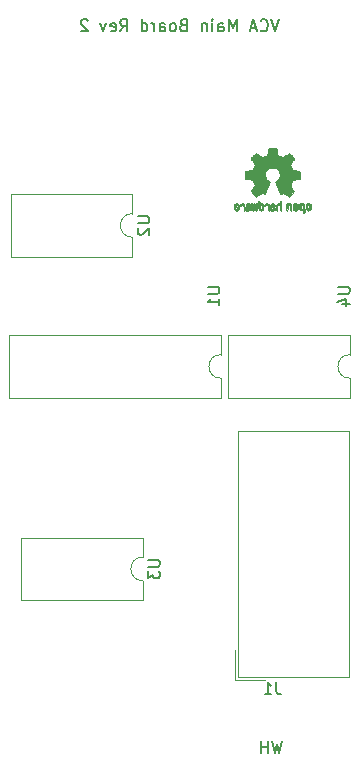
<source format=gbr>
G04 #@! TF.GenerationSoftware,KiCad,Pcbnew,(5.1.4-0-10_14)*
G04 #@! TF.CreationDate,2019-10-08T20:56:09-07:00*
G04 #@! TF.ProjectId,VCA_Main,5643415f-4d61-4696-9e2e-6b696361645f,rev?*
G04 #@! TF.SameCoordinates,Original*
G04 #@! TF.FileFunction,Legend,Bot*
G04 #@! TF.FilePolarity,Positive*
%FSLAX46Y46*%
G04 Gerber Fmt 4.6, Leading zero omitted, Abs format (unit mm)*
G04 Created by KiCad (PCBNEW (5.1.4-0-10_14)) date 2019-10-08 20:56:09*
%MOMM*%
%LPD*%
G04 APERTURE LIST*
%ADD10C,0.150000*%
%ADD11C,0.010000*%
%ADD12C,0.120000*%
G04 APERTURE END LIST*
D10*
X87439380Y-132675380D02*
X87201285Y-133675380D01*
X87010809Y-132961095D01*
X86820333Y-133675380D01*
X86582238Y-132675380D01*
X86201285Y-133675380D02*
X86201285Y-132675380D01*
X86201285Y-133151571D02*
X85629857Y-133151571D01*
X85629857Y-133675380D02*
X85629857Y-132675380D01*
X87192380Y-71588380D02*
X86859047Y-72588380D01*
X86525714Y-71588380D01*
X85620952Y-72493142D02*
X85668571Y-72540761D01*
X85811428Y-72588380D01*
X85906666Y-72588380D01*
X86049523Y-72540761D01*
X86144761Y-72445523D01*
X86192380Y-72350285D01*
X86240000Y-72159809D01*
X86240000Y-72016952D01*
X86192380Y-71826476D01*
X86144761Y-71731238D01*
X86049523Y-71636000D01*
X85906666Y-71588380D01*
X85811428Y-71588380D01*
X85668571Y-71636000D01*
X85620952Y-71683619D01*
X85240000Y-72302666D02*
X84763809Y-72302666D01*
X85335238Y-72588380D02*
X85001904Y-71588380D01*
X84668571Y-72588380D01*
X83573333Y-72588380D02*
X83573333Y-71588380D01*
X83240000Y-72302666D01*
X82906666Y-71588380D01*
X82906666Y-72588380D01*
X82001904Y-72588380D02*
X82001904Y-72064571D01*
X82049523Y-71969333D01*
X82144761Y-71921714D01*
X82335238Y-71921714D01*
X82430476Y-71969333D01*
X82001904Y-72540761D02*
X82097142Y-72588380D01*
X82335238Y-72588380D01*
X82430476Y-72540761D01*
X82478095Y-72445523D01*
X82478095Y-72350285D01*
X82430476Y-72255047D01*
X82335238Y-72207428D01*
X82097142Y-72207428D01*
X82001904Y-72159809D01*
X81525714Y-72588380D02*
X81525714Y-71921714D01*
X81525714Y-71588380D02*
X81573333Y-71636000D01*
X81525714Y-71683619D01*
X81478095Y-71636000D01*
X81525714Y-71588380D01*
X81525714Y-71683619D01*
X81049523Y-71921714D02*
X81049523Y-72588380D01*
X81049523Y-72016952D02*
X81001904Y-71969333D01*
X80906666Y-71921714D01*
X80763809Y-71921714D01*
X80668571Y-71969333D01*
X80620952Y-72064571D01*
X80620952Y-72588380D01*
X79049523Y-72064571D02*
X78906666Y-72112190D01*
X78859047Y-72159809D01*
X78811428Y-72255047D01*
X78811428Y-72397904D01*
X78859047Y-72493142D01*
X78906666Y-72540761D01*
X79001904Y-72588380D01*
X79382857Y-72588380D01*
X79382857Y-71588380D01*
X79049523Y-71588380D01*
X78954285Y-71636000D01*
X78906666Y-71683619D01*
X78859047Y-71778857D01*
X78859047Y-71874095D01*
X78906666Y-71969333D01*
X78954285Y-72016952D01*
X79049523Y-72064571D01*
X79382857Y-72064571D01*
X78240000Y-72588380D02*
X78335238Y-72540761D01*
X78382857Y-72493142D01*
X78430476Y-72397904D01*
X78430476Y-72112190D01*
X78382857Y-72016952D01*
X78335238Y-71969333D01*
X78240000Y-71921714D01*
X78097142Y-71921714D01*
X78001904Y-71969333D01*
X77954285Y-72016952D01*
X77906666Y-72112190D01*
X77906666Y-72397904D01*
X77954285Y-72493142D01*
X78001904Y-72540761D01*
X78097142Y-72588380D01*
X78240000Y-72588380D01*
X77049523Y-72588380D02*
X77049523Y-72064571D01*
X77097142Y-71969333D01*
X77192380Y-71921714D01*
X77382857Y-71921714D01*
X77478095Y-71969333D01*
X77049523Y-72540761D02*
X77144761Y-72588380D01*
X77382857Y-72588380D01*
X77478095Y-72540761D01*
X77525714Y-72445523D01*
X77525714Y-72350285D01*
X77478095Y-72255047D01*
X77382857Y-72207428D01*
X77144761Y-72207428D01*
X77049523Y-72159809D01*
X76573333Y-72588380D02*
X76573333Y-71921714D01*
X76573333Y-72112190D02*
X76525714Y-72016952D01*
X76478095Y-71969333D01*
X76382857Y-71921714D01*
X76287619Y-71921714D01*
X75525714Y-72588380D02*
X75525714Y-71588380D01*
X75525714Y-72540761D02*
X75620952Y-72588380D01*
X75811428Y-72588380D01*
X75906666Y-72540761D01*
X75954285Y-72493142D01*
X76001904Y-72397904D01*
X76001904Y-72112190D01*
X75954285Y-72016952D01*
X75906666Y-71969333D01*
X75811428Y-71921714D01*
X75620952Y-71921714D01*
X75525714Y-71969333D01*
X73716190Y-72588380D02*
X74049523Y-72112190D01*
X74287619Y-72588380D02*
X74287619Y-71588380D01*
X73906666Y-71588380D01*
X73811428Y-71636000D01*
X73763809Y-71683619D01*
X73716190Y-71778857D01*
X73716190Y-71921714D01*
X73763809Y-72016952D01*
X73811428Y-72064571D01*
X73906666Y-72112190D01*
X74287619Y-72112190D01*
X72906666Y-72540761D02*
X73001904Y-72588380D01*
X73192380Y-72588380D01*
X73287619Y-72540761D01*
X73335238Y-72445523D01*
X73335238Y-72064571D01*
X73287619Y-71969333D01*
X73192380Y-71921714D01*
X73001904Y-71921714D01*
X72906666Y-71969333D01*
X72859047Y-72064571D01*
X72859047Y-72159809D01*
X73335238Y-72255047D01*
X72525714Y-71921714D02*
X72287619Y-72588380D01*
X72049523Y-71921714D01*
X70954285Y-71683619D02*
X70906666Y-71636000D01*
X70811428Y-71588380D01*
X70573333Y-71588380D01*
X70478095Y-71636000D01*
X70430476Y-71683619D01*
X70382857Y-71778857D01*
X70382857Y-71874095D01*
X70430476Y-72016952D01*
X71001904Y-72588380D01*
X70382857Y-72588380D01*
D11*
G36*
X86510090Y-82459348D02*
G01*
X86431546Y-82459778D01*
X86374702Y-82460942D01*
X86335895Y-82463207D01*
X86311462Y-82466940D01*
X86297738Y-82472506D01*
X86291060Y-82480273D01*
X86287764Y-82490605D01*
X86287444Y-82491943D01*
X86282438Y-82516079D01*
X86273171Y-82563701D01*
X86260608Y-82629741D01*
X86245713Y-82709128D01*
X86229449Y-82796796D01*
X86228881Y-82799875D01*
X86212590Y-82885789D01*
X86197348Y-82961696D01*
X86184139Y-83023045D01*
X86173946Y-83065282D01*
X86167752Y-83083855D01*
X86167457Y-83084184D01*
X86149212Y-83093253D01*
X86111595Y-83108367D01*
X86062729Y-83126262D01*
X86062457Y-83126358D01*
X86000907Y-83149493D01*
X85928343Y-83178965D01*
X85859943Y-83208597D01*
X85856706Y-83210062D01*
X85745298Y-83260626D01*
X85498601Y-83092160D01*
X85422923Y-83040803D01*
X85354369Y-82994889D01*
X85296912Y-82957030D01*
X85254524Y-82929837D01*
X85231175Y-82915921D01*
X85228958Y-82914889D01*
X85211990Y-82919484D01*
X85180299Y-82941655D01*
X85132648Y-82982447D01*
X85067802Y-83042905D01*
X85001603Y-83107227D01*
X84937786Y-83170612D01*
X84880671Y-83228451D01*
X84833695Y-83277175D01*
X84800297Y-83313210D01*
X84783915Y-83332984D01*
X84783306Y-83334002D01*
X84781495Y-83347572D01*
X84788317Y-83369733D01*
X84805460Y-83403478D01*
X84834607Y-83451800D01*
X84877445Y-83517692D01*
X84934552Y-83602517D01*
X84985234Y-83677177D01*
X85030539Y-83744140D01*
X85067850Y-83799516D01*
X85094548Y-83839420D01*
X85108015Y-83859962D01*
X85108863Y-83861356D01*
X85107219Y-83881038D01*
X85094755Y-83919293D01*
X85073952Y-83968889D01*
X85066538Y-83984728D01*
X85034186Y-84055290D01*
X84999672Y-84135353D01*
X84971635Y-84204629D01*
X84951432Y-84256045D01*
X84935385Y-84295119D01*
X84926112Y-84315541D01*
X84924959Y-84317114D01*
X84907904Y-84319721D01*
X84867702Y-84326863D01*
X84809698Y-84337523D01*
X84739237Y-84350685D01*
X84661665Y-84365333D01*
X84582328Y-84380449D01*
X84506569Y-84395018D01*
X84439736Y-84408022D01*
X84387172Y-84418445D01*
X84354224Y-84425270D01*
X84346143Y-84427199D01*
X84337795Y-84431962D01*
X84331494Y-84442718D01*
X84326955Y-84463098D01*
X84323896Y-84496734D01*
X84322033Y-84547255D01*
X84321082Y-84618292D01*
X84320760Y-84713476D01*
X84320743Y-84752492D01*
X84320743Y-85069799D01*
X84396943Y-85084839D01*
X84439337Y-85092995D01*
X84502600Y-85104899D01*
X84579038Y-85119116D01*
X84660957Y-85134210D01*
X84683600Y-85138355D01*
X84759194Y-85153053D01*
X84825047Y-85167505D01*
X84875634Y-85180375D01*
X84905426Y-85190322D01*
X84910388Y-85193287D01*
X84922574Y-85214283D01*
X84940047Y-85254967D01*
X84959423Y-85307322D01*
X84963266Y-85318600D01*
X84988661Y-85388523D01*
X85020183Y-85467418D01*
X85051031Y-85538266D01*
X85051183Y-85538595D01*
X85102553Y-85649733D01*
X84933601Y-85898253D01*
X84764648Y-86146772D01*
X84981571Y-86364058D01*
X85047181Y-86428726D01*
X85107021Y-86485733D01*
X85157733Y-86532033D01*
X85195954Y-86564584D01*
X85218325Y-86580343D01*
X85221534Y-86581343D01*
X85240374Y-86573469D01*
X85278820Y-86551578D01*
X85332670Y-86518267D01*
X85397724Y-86476131D01*
X85468060Y-86428943D01*
X85539445Y-86380810D01*
X85603092Y-86338928D01*
X85654959Y-86305871D01*
X85691005Y-86284218D01*
X85707133Y-86276543D01*
X85726811Y-86283037D01*
X85764125Y-86300150D01*
X85811379Y-86324326D01*
X85816388Y-86327013D01*
X85880023Y-86358927D01*
X85923659Y-86374579D01*
X85950798Y-86374745D01*
X85964943Y-86360204D01*
X85965025Y-86360000D01*
X85972095Y-86342779D01*
X85988958Y-86301899D01*
X86014305Y-86240525D01*
X86046829Y-86161819D01*
X86085222Y-86068947D01*
X86128178Y-85965072D01*
X86169778Y-85864502D01*
X86215496Y-85753516D01*
X86257474Y-85650703D01*
X86294452Y-85559215D01*
X86325173Y-85482201D01*
X86348378Y-85422815D01*
X86362810Y-85384209D01*
X86367257Y-85369800D01*
X86356104Y-85353272D01*
X86326931Y-85326930D01*
X86288029Y-85297887D01*
X86177243Y-85206039D01*
X86090649Y-85100759D01*
X86029284Y-84984266D01*
X85994185Y-84858776D01*
X85986392Y-84726507D01*
X85992057Y-84665457D01*
X86022922Y-84538795D01*
X86076080Y-84426941D01*
X86148233Y-84331001D01*
X86236083Y-84252076D01*
X86336335Y-84191270D01*
X86445690Y-84149687D01*
X86560853Y-84128428D01*
X86678525Y-84128599D01*
X86795410Y-84151301D01*
X86908211Y-84197638D01*
X87013631Y-84268713D01*
X87057632Y-84308911D01*
X87142021Y-84412129D01*
X87200778Y-84524925D01*
X87234296Y-84644010D01*
X87242965Y-84766095D01*
X87227177Y-84887893D01*
X87187322Y-85006116D01*
X87123793Y-85117475D01*
X87036979Y-85218684D01*
X86939971Y-85297887D01*
X86899563Y-85328162D01*
X86871018Y-85354219D01*
X86860743Y-85369825D01*
X86866123Y-85386843D01*
X86881425Y-85427500D01*
X86905388Y-85488642D01*
X86936756Y-85567119D01*
X86974268Y-85659780D01*
X87016667Y-85763472D01*
X87058337Y-85864526D01*
X87104310Y-85975607D01*
X87146893Y-86078541D01*
X87184779Y-86170165D01*
X87216660Y-86247316D01*
X87241229Y-86306831D01*
X87257180Y-86345544D01*
X87263090Y-86360000D01*
X87277052Y-86374685D01*
X87304060Y-86374642D01*
X87347587Y-86359099D01*
X87411110Y-86327284D01*
X87411612Y-86327013D01*
X87459440Y-86302323D01*
X87498103Y-86284338D01*
X87519905Y-86276614D01*
X87520867Y-86276543D01*
X87537279Y-86284378D01*
X87573513Y-86306165D01*
X87625526Y-86339328D01*
X87689275Y-86381291D01*
X87759940Y-86428943D01*
X87831884Y-86477191D01*
X87896726Y-86519151D01*
X87950265Y-86552227D01*
X87988303Y-86573821D01*
X88006467Y-86581343D01*
X88023192Y-86571457D01*
X88056820Y-86543826D01*
X88103990Y-86501495D01*
X88161342Y-86447505D01*
X88225516Y-86384899D01*
X88246503Y-86363983D01*
X88463501Y-86146623D01*
X88298332Y-85904220D01*
X88248136Y-85829781D01*
X88204081Y-85762972D01*
X88168638Y-85707665D01*
X88144281Y-85667729D01*
X88133478Y-85647036D01*
X88133162Y-85645563D01*
X88138857Y-85626058D01*
X88154174Y-85586822D01*
X88176463Y-85534430D01*
X88192107Y-85499355D01*
X88221359Y-85432201D01*
X88248906Y-85364358D01*
X88270263Y-85307034D01*
X88276065Y-85289572D01*
X88292548Y-85242938D01*
X88308660Y-85206905D01*
X88317510Y-85193287D01*
X88337040Y-85184952D01*
X88379666Y-85173137D01*
X88439855Y-85159181D01*
X88512078Y-85144422D01*
X88544400Y-85138355D01*
X88626478Y-85123273D01*
X88705205Y-85108669D01*
X88772891Y-85095980D01*
X88821840Y-85086642D01*
X88831057Y-85084839D01*
X88907257Y-85069799D01*
X88907257Y-84752492D01*
X88907086Y-84648154D01*
X88906384Y-84569213D01*
X88904866Y-84512038D01*
X88902251Y-84472999D01*
X88898254Y-84448465D01*
X88892591Y-84434805D01*
X88884980Y-84428389D01*
X88881857Y-84427199D01*
X88863022Y-84422980D01*
X88821412Y-84414562D01*
X88762370Y-84402961D01*
X88691243Y-84389195D01*
X88613375Y-84374280D01*
X88534113Y-84359232D01*
X88458802Y-84345069D01*
X88392787Y-84332806D01*
X88341413Y-84323461D01*
X88310025Y-84318050D01*
X88303041Y-84317114D01*
X88296715Y-84304596D01*
X88282710Y-84271246D01*
X88263645Y-84223377D01*
X88256366Y-84204629D01*
X88227004Y-84132195D01*
X88192429Y-84052170D01*
X88161463Y-83984728D01*
X88138677Y-83933159D01*
X88123518Y-83890785D01*
X88118458Y-83864834D01*
X88119264Y-83861356D01*
X88129959Y-83844936D01*
X88154380Y-83808417D01*
X88189905Y-83755687D01*
X88233913Y-83690635D01*
X88283783Y-83617151D01*
X88293644Y-83602645D01*
X88351508Y-83516704D01*
X88394044Y-83451261D01*
X88422946Y-83403304D01*
X88439910Y-83369820D01*
X88446633Y-83347795D01*
X88444810Y-83334217D01*
X88444764Y-83334131D01*
X88430414Y-83316297D01*
X88398677Y-83281817D01*
X88352990Y-83234268D01*
X88296796Y-83177222D01*
X88233532Y-83114255D01*
X88226398Y-83107227D01*
X88146670Y-83030020D01*
X88085143Y-82973330D01*
X88040579Y-82936110D01*
X88011743Y-82917315D01*
X87999042Y-82914889D01*
X87980506Y-82925471D01*
X87942039Y-82949916D01*
X87887614Y-82985612D01*
X87821202Y-83029947D01*
X87746775Y-83080311D01*
X87729399Y-83092160D01*
X87482703Y-83260626D01*
X87371294Y-83210062D01*
X87303543Y-83180595D01*
X87230817Y-83150959D01*
X87168297Y-83127330D01*
X87165543Y-83126358D01*
X87116640Y-83108457D01*
X87078943Y-83093320D01*
X87060575Y-83084210D01*
X87060544Y-83084184D01*
X87054715Y-83067717D01*
X87044808Y-83027219D01*
X87031805Y-82967242D01*
X87016691Y-82892340D01*
X87000448Y-82807064D01*
X86999119Y-82799875D01*
X86982825Y-82712014D01*
X86967867Y-82632260D01*
X86955209Y-82565681D01*
X86945814Y-82517347D01*
X86940646Y-82492325D01*
X86940556Y-82491943D01*
X86937411Y-82481299D01*
X86931296Y-82473262D01*
X86918547Y-82467467D01*
X86895500Y-82463547D01*
X86858491Y-82461135D01*
X86803856Y-82459865D01*
X86727933Y-82459371D01*
X86627056Y-82459286D01*
X86614000Y-82459286D01*
X86510090Y-82459348D01*
X86510090Y-82459348D01*
G37*
X86510090Y-82459348D02*
X86431546Y-82459778D01*
X86374702Y-82460942D01*
X86335895Y-82463207D01*
X86311462Y-82466940D01*
X86297738Y-82472506D01*
X86291060Y-82480273D01*
X86287764Y-82490605D01*
X86287444Y-82491943D01*
X86282438Y-82516079D01*
X86273171Y-82563701D01*
X86260608Y-82629741D01*
X86245713Y-82709128D01*
X86229449Y-82796796D01*
X86228881Y-82799875D01*
X86212590Y-82885789D01*
X86197348Y-82961696D01*
X86184139Y-83023045D01*
X86173946Y-83065282D01*
X86167752Y-83083855D01*
X86167457Y-83084184D01*
X86149212Y-83093253D01*
X86111595Y-83108367D01*
X86062729Y-83126262D01*
X86062457Y-83126358D01*
X86000907Y-83149493D01*
X85928343Y-83178965D01*
X85859943Y-83208597D01*
X85856706Y-83210062D01*
X85745298Y-83260626D01*
X85498601Y-83092160D01*
X85422923Y-83040803D01*
X85354369Y-82994889D01*
X85296912Y-82957030D01*
X85254524Y-82929837D01*
X85231175Y-82915921D01*
X85228958Y-82914889D01*
X85211990Y-82919484D01*
X85180299Y-82941655D01*
X85132648Y-82982447D01*
X85067802Y-83042905D01*
X85001603Y-83107227D01*
X84937786Y-83170612D01*
X84880671Y-83228451D01*
X84833695Y-83277175D01*
X84800297Y-83313210D01*
X84783915Y-83332984D01*
X84783306Y-83334002D01*
X84781495Y-83347572D01*
X84788317Y-83369733D01*
X84805460Y-83403478D01*
X84834607Y-83451800D01*
X84877445Y-83517692D01*
X84934552Y-83602517D01*
X84985234Y-83677177D01*
X85030539Y-83744140D01*
X85067850Y-83799516D01*
X85094548Y-83839420D01*
X85108015Y-83859962D01*
X85108863Y-83861356D01*
X85107219Y-83881038D01*
X85094755Y-83919293D01*
X85073952Y-83968889D01*
X85066538Y-83984728D01*
X85034186Y-84055290D01*
X84999672Y-84135353D01*
X84971635Y-84204629D01*
X84951432Y-84256045D01*
X84935385Y-84295119D01*
X84926112Y-84315541D01*
X84924959Y-84317114D01*
X84907904Y-84319721D01*
X84867702Y-84326863D01*
X84809698Y-84337523D01*
X84739237Y-84350685D01*
X84661665Y-84365333D01*
X84582328Y-84380449D01*
X84506569Y-84395018D01*
X84439736Y-84408022D01*
X84387172Y-84418445D01*
X84354224Y-84425270D01*
X84346143Y-84427199D01*
X84337795Y-84431962D01*
X84331494Y-84442718D01*
X84326955Y-84463098D01*
X84323896Y-84496734D01*
X84322033Y-84547255D01*
X84321082Y-84618292D01*
X84320760Y-84713476D01*
X84320743Y-84752492D01*
X84320743Y-85069799D01*
X84396943Y-85084839D01*
X84439337Y-85092995D01*
X84502600Y-85104899D01*
X84579038Y-85119116D01*
X84660957Y-85134210D01*
X84683600Y-85138355D01*
X84759194Y-85153053D01*
X84825047Y-85167505D01*
X84875634Y-85180375D01*
X84905426Y-85190322D01*
X84910388Y-85193287D01*
X84922574Y-85214283D01*
X84940047Y-85254967D01*
X84959423Y-85307322D01*
X84963266Y-85318600D01*
X84988661Y-85388523D01*
X85020183Y-85467418D01*
X85051031Y-85538266D01*
X85051183Y-85538595D01*
X85102553Y-85649733D01*
X84933601Y-85898253D01*
X84764648Y-86146772D01*
X84981571Y-86364058D01*
X85047181Y-86428726D01*
X85107021Y-86485733D01*
X85157733Y-86532033D01*
X85195954Y-86564584D01*
X85218325Y-86580343D01*
X85221534Y-86581343D01*
X85240374Y-86573469D01*
X85278820Y-86551578D01*
X85332670Y-86518267D01*
X85397724Y-86476131D01*
X85468060Y-86428943D01*
X85539445Y-86380810D01*
X85603092Y-86338928D01*
X85654959Y-86305871D01*
X85691005Y-86284218D01*
X85707133Y-86276543D01*
X85726811Y-86283037D01*
X85764125Y-86300150D01*
X85811379Y-86324326D01*
X85816388Y-86327013D01*
X85880023Y-86358927D01*
X85923659Y-86374579D01*
X85950798Y-86374745D01*
X85964943Y-86360204D01*
X85965025Y-86360000D01*
X85972095Y-86342779D01*
X85988958Y-86301899D01*
X86014305Y-86240525D01*
X86046829Y-86161819D01*
X86085222Y-86068947D01*
X86128178Y-85965072D01*
X86169778Y-85864502D01*
X86215496Y-85753516D01*
X86257474Y-85650703D01*
X86294452Y-85559215D01*
X86325173Y-85482201D01*
X86348378Y-85422815D01*
X86362810Y-85384209D01*
X86367257Y-85369800D01*
X86356104Y-85353272D01*
X86326931Y-85326930D01*
X86288029Y-85297887D01*
X86177243Y-85206039D01*
X86090649Y-85100759D01*
X86029284Y-84984266D01*
X85994185Y-84858776D01*
X85986392Y-84726507D01*
X85992057Y-84665457D01*
X86022922Y-84538795D01*
X86076080Y-84426941D01*
X86148233Y-84331001D01*
X86236083Y-84252076D01*
X86336335Y-84191270D01*
X86445690Y-84149687D01*
X86560853Y-84128428D01*
X86678525Y-84128599D01*
X86795410Y-84151301D01*
X86908211Y-84197638D01*
X87013631Y-84268713D01*
X87057632Y-84308911D01*
X87142021Y-84412129D01*
X87200778Y-84524925D01*
X87234296Y-84644010D01*
X87242965Y-84766095D01*
X87227177Y-84887893D01*
X87187322Y-85006116D01*
X87123793Y-85117475D01*
X87036979Y-85218684D01*
X86939971Y-85297887D01*
X86899563Y-85328162D01*
X86871018Y-85354219D01*
X86860743Y-85369825D01*
X86866123Y-85386843D01*
X86881425Y-85427500D01*
X86905388Y-85488642D01*
X86936756Y-85567119D01*
X86974268Y-85659780D01*
X87016667Y-85763472D01*
X87058337Y-85864526D01*
X87104310Y-85975607D01*
X87146893Y-86078541D01*
X87184779Y-86170165D01*
X87216660Y-86247316D01*
X87241229Y-86306831D01*
X87257180Y-86345544D01*
X87263090Y-86360000D01*
X87277052Y-86374685D01*
X87304060Y-86374642D01*
X87347587Y-86359099D01*
X87411110Y-86327284D01*
X87411612Y-86327013D01*
X87459440Y-86302323D01*
X87498103Y-86284338D01*
X87519905Y-86276614D01*
X87520867Y-86276543D01*
X87537279Y-86284378D01*
X87573513Y-86306165D01*
X87625526Y-86339328D01*
X87689275Y-86381291D01*
X87759940Y-86428943D01*
X87831884Y-86477191D01*
X87896726Y-86519151D01*
X87950265Y-86552227D01*
X87988303Y-86573821D01*
X88006467Y-86581343D01*
X88023192Y-86571457D01*
X88056820Y-86543826D01*
X88103990Y-86501495D01*
X88161342Y-86447505D01*
X88225516Y-86384899D01*
X88246503Y-86363983D01*
X88463501Y-86146623D01*
X88298332Y-85904220D01*
X88248136Y-85829781D01*
X88204081Y-85762972D01*
X88168638Y-85707665D01*
X88144281Y-85667729D01*
X88133478Y-85647036D01*
X88133162Y-85645563D01*
X88138857Y-85626058D01*
X88154174Y-85586822D01*
X88176463Y-85534430D01*
X88192107Y-85499355D01*
X88221359Y-85432201D01*
X88248906Y-85364358D01*
X88270263Y-85307034D01*
X88276065Y-85289572D01*
X88292548Y-85242938D01*
X88308660Y-85206905D01*
X88317510Y-85193287D01*
X88337040Y-85184952D01*
X88379666Y-85173137D01*
X88439855Y-85159181D01*
X88512078Y-85144422D01*
X88544400Y-85138355D01*
X88626478Y-85123273D01*
X88705205Y-85108669D01*
X88772891Y-85095980D01*
X88821840Y-85086642D01*
X88831057Y-85084839D01*
X88907257Y-85069799D01*
X88907257Y-84752492D01*
X88907086Y-84648154D01*
X88906384Y-84569213D01*
X88904866Y-84512038D01*
X88902251Y-84472999D01*
X88898254Y-84448465D01*
X88892591Y-84434805D01*
X88884980Y-84428389D01*
X88881857Y-84427199D01*
X88863022Y-84422980D01*
X88821412Y-84414562D01*
X88762370Y-84402961D01*
X88691243Y-84389195D01*
X88613375Y-84374280D01*
X88534113Y-84359232D01*
X88458802Y-84345069D01*
X88392787Y-84332806D01*
X88341413Y-84323461D01*
X88310025Y-84318050D01*
X88303041Y-84317114D01*
X88296715Y-84304596D01*
X88282710Y-84271246D01*
X88263645Y-84223377D01*
X88256366Y-84204629D01*
X88227004Y-84132195D01*
X88192429Y-84052170D01*
X88161463Y-83984728D01*
X88138677Y-83933159D01*
X88123518Y-83890785D01*
X88118458Y-83864834D01*
X88119264Y-83861356D01*
X88129959Y-83844936D01*
X88154380Y-83808417D01*
X88189905Y-83755687D01*
X88233913Y-83690635D01*
X88283783Y-83617151D01*
X88293644Y-83602645D01*
X88351508Y-83516704D01*
X88394044Y-83451261D01*
X88422946Y-83403304D01*
X88439910Y-83369820D01*
X88446633Y-83347795D01*
X88444810Y-83334217D01*
X88444764Y-83334131D01*
X88430414Y-83316297D01*
X88398677Y-83281817D01*
X88352990Y-83234268D01*
X88296796Y-83177222D01*
X88233532Y-83114255D01*
X88226398Y-83107227D01*
X88146670Y-83030020D01*
X88085143Y-82973330D01*
X88040579Y-82936110D01*
X88011743Y-82917315D01*
X87999042Y-82914889D01*
X87980506Y-82925471D01*
X87942039Y-82949916D01*
X87887614Y-82985612D01*
X87821202Y-83029947D01*
X87746775Y-83080311D01*
X87729399Y-83092160D01*
X87482703Y-83260626D01*
X87371294Y-83210062D01*
X87303543Y-83180595D01*
X87230817Y-83150959D01*
X87168297Y-83127330D01*
X87165543Y-83126358D01*
X87116640Y-83108457D01*
X87078943Y-83093320D01*
X87060575Y-83084210D01*
X87060544Y-83084184D01*
X87054715Y-83067717D01*
X87044808Y-83027219D01*
X87031805Y-82967242D01*
X87016691Y-82892340D01*
X87000448Y-82807064D01*
X86999119Y-82799875D01*
X86982825Y-82712014D01*
X86967867Y-82632260D01*
X86955209Y-82565681D01*
X86945814Y-82517347D01*
X86940646Y-82492325D01*
X86940556Y-82491943D01*
X86937411Y-82481299D01*
X86931296Y-82473262D01*
X86918547Y-82467467D01*
X86895500Y-82463547D01*
X86858491Y-82461135D01*
X86803856Y-82459865D01*
X86727933Y-82459371D01*
X86627056Y-82459286D01*
X86614000Y-82459286D01*
X86510090Y-82459348D01*
G36*
X83460405Y-87183966D02*
G01*
X83402979Y-87221497D01*
X83375281Y-87255096D01*
X83353338Y-87316064D01*
X83351595Y-87364308D01*
X83355543Y-87428816D01*
X83504314Y-87493934D01*
X83576651Y-87527202D01*
X83623916Y-87553964D01*
X83648493Y-87577144D01*
X83652763Y-87599667D01*
X83639111Y-87624455D01*
X83624057Y-87640886D01*
X83580254Y-87667235D01*
X83532611Y-87669081D01*
X83488855Y-87648546D01*
X83456711Y-87607752D01*
X83450962Y-87593347D01*
X83423424Y-87548356D01*
X83391742Y-87529182D01*
X83348286Y-87512779D01*
X83348286Y-87574966D01*
X83352128Y-87617283D01*
X83367177Y-87652969D01*
X83398720Y-87693943D01*
X83403408Y-87699267D01*
X83438494Y-87735720D01*
X83468653Y-87755283D01*
X83506385Y-87764283D01*
X83537665Y-87767230D01*
X83593615Y-87767965D01*
X83633445Y-87758660D01*
X83658292Y-87744846D01*
X83697344Y-87714467D01*
X83724375Y-87681613D01*
X83741483Y-87640294D01*
X83750762Y-87584521D01*
X83754307Y-87508305D01*
X83754590Y-87469622D01*
X83753628Y-87423247D01*
X83665993Y-87423247D01*
X83664977Y-87448126D01*
X83662444Y-87452200D01*
X83645726Y-87446665D01*
X83609751Y-87432017D01*
X83561669Y-87411190D01*
X83551614Y-87406714D01*
X83490848Y-87375814D01*
X83457368Y-87348657D01*
X83450010Y-87323220D01*
X83467609Y-87297481D01*
X83482144Y-87286109D01*
X83534590Y-87263364D01*
X83583678Y-87267122D01*
X83624773Y-87294884D01*
X83653242Y-87344152D01*
X83662369Y-87383257D01*
X83665993Y-87423247D01*
X83753628Y-87423247D01*
X83752715Y-87379249D01*
X83745804Y-87312384D01*
X83732116Y-87263695D01*
X83709904Y-87227849D01*
X83677426Y-87199513D01*
X83663267Y-87190355D01*
X83598947Y-87166507D01*
X83528527Y-87165006D01*
X83460405Y-87183966D01*
X83460405Y-87183966D01*
G37*
X83460405Y-87183966D02*
X83402979Y-87221497D01*
X83375281Y-87255096D01*
X83353338Y-87316064D01*
X83351595Y-87364308D01*
X83355543Y-87428816D01*
X83504314Y-87493934D01*
X83576651Y-87527202D01*
X83623916Y-87553964D01*
X83648493Y-87577144D01*
X83652763Y-87599667D01*
X83639111Y-87624455D01*
X83624057Y-87640886D01*
X83580254Y-87667235D01*
X83532611Y-87669081D01*
X83488855Y-87648546D01*
X83456711Y-87607752D01*
X83450962Y-87593347D01*
X83423424Y-87548356D01*
X83391742Y-87529182D01*
X83348286Y-87512779D01*
X83348286Y-87574966D01*
X83352128Y-87617283D01*
X83367177Y-87652969D01*
X83398720Y-87693943D01*
X83403408Y-87699267D01*
X83438494Y-87735720D01*
X83468653Y-87755283D01*
X83506385Y-87764283D01*
X83537665Y-87767230D01*
X83593615Y-87767965D01*
X83633445Y-87758660D01*
X83658292Y-87744846D01*
X83697344Y-87714467D01*
X83724375Y-87681613D01*
X83741483Y-87640294D01*
X83750762Y-87584521D01*
X83754307Y-87508305D01*
X83754590Y-87469622D01*
X83753628Y-87423247D01*
X83665993Y-87423247D01*
X83664977Y-87448126D01*
X83662444Y-87452200D01*
X83645726Y-87446665D01*
X83609751Y-87432017D01*
X83561669Y-87411190D01*
X83551614Y-87406714D01*
X83490848Y-87375814D01*
X83457368Y-87348657D01*
X83450010Y-87323220D01*
X83467609Y-87297481D01*
X83482144Y-87286109D01*
X83534590Y-87263364D01*
X83583678Y-87267122D01*
X83624773Y-87294884D01*
X83653242Y-87344152D01*
X83662369Y-87383257D01*
X83665993Y-87423247D01*
X83753628Y-87423247D01*
X83752715Y-87379249D01*
X83745804Y-87312384D01*
X83732116Y-87263695D01*
X83709904Y-87227849D01*
X83677426Y-87199513D01*
X83663267Y-87190355D01*
X83598947Y-87166507D01*
X83528527Y-87165006D01*
X83460405Y-87183966D01*
G36*
X83961400Y-87175752D02*
G01*
X83944052Y-87183334D01*
X83902644Y-87216128D01*
X83867235Y-87263547D01*
X83845336Y-87314151D01*
X83841771Y-87339098D01*
X83853721Y-87373927D01*
X83879933Y-87392357D01*
X83908036Y-87403516D01*
X83920905Y-87405572D01*
X83927171Y-87390649D01*
X83939544Y-87358175D01*
X83944972Y-87343502D01*
X83975410Y-87292744D01*
X84019480Y-87267427D01*
X84075990Y-87268206D01*
X84080175Y-87269203D01*
X84110345Y-87283507D01*
X84132524Y-87311393D01*
X84147673Y-87356287D01*
X84156750Y-87421615D01*
X84160714Y-87510804D01*
X84161086Y-87558261D01*
X84161270Y-87633071D01*
X84162478Y-87684069D01*
X84165691Y-87716471D01*
X84171891Y-87735495D01*
X84182060Y-87746356D01*
X84197181Y-87754272D01*
X84198054Y-87754670D01*
X84227172Y-87766981D01*
X84241597Y-87771514D01*
X84243814Y-87757809D01*
X84245711Y-87719925D01*
X84247153Y-87662715D01*
X84248002Y-87591027D01*
X84248171Y-87538565D01*
X84247308Y-87437047D01*
X84243930Y-87360032D01*
X84236858Y-87303023D01*
X84224912Y-87261526D01*
X84206910Y-87231043D01*
X84181673Y-87207080D01*
X84156753Y-87190355D01*
X84096829Y-87168097D01*
X84027089Y-87163076D01*
X83961400Y-87175752D01*
X83961400Y-87175752D01*
G37*
X83961400Y-87175752D02*
X83944052Y-87183334D01*
X83902644Y-87216128D01*
X83867235Y-87263547D01*
X83845336Y-87314151D01*
X83841771Y-87339098D01*
X83853721Y-87373927D01*
X83879933Y-87392357D01*
X83908036Y-87403516D01*
X83920905Y-87405572D01*
X83927171Y-87390649D01*
X83939544Y-87358175D01*
X83944972Y-87343502D01*
X83975410Y-87292744D01*
X84019480Y-87267427D01*
X84075990Y-87268206D01*
X84080175Y-87269203D01*
X84110345Y-87283507D01*
X84132524Y-87311393D01*
X84147673Y-87356287D01*
X84156750Y-87421615D01*
X84160714Y-87510804D01*
X84161086Y-87558261D01*
X84161270Y-87633071D01*
X84162478Y-87684069D01*
X84165691Y-87716471D01*
X84171891Y-87735495D01*
X84182060Y-87746356D01*
X84197181Y-87754272D01*
X84198054Y-87754670D01*
X84227172Y-87766981D01*
X84241597Y-87771514D01*
X84243814Y-87757809D01*
X84245711Y-87719925D01*
X84247153Y-87662715D01*
X84248002Y-87591027D01*
X84248171Y-87538565D01*
X84247308Y-87437047D01*
X84243930Y-87360032D01*
X84236858Y-87303023D01*
X84224912Y-87261526D01*
X84206910Y-87231043D01*
X84181673Y-87207080D01*
X84156753Y-87190355D01*
X84096829Y-87168097D01*
X84027089Y-87163076D01*
X83961400Y-87175752D01*
G36*
X84469124Y-87173335D02*
G01*
X84427333Y-87192344D01*
X84394531Y-87215378D01*
X84370497Y-87241133D01*
X84353903Y-87274358D01*
X84343423Y-87319800D01*
X84337729Y-87382207D01*
X84335493Y-87466327D01*
X84335257Y-87521721D01*
X84335257Y-87737826D01*
X84372226Y-87754670D01*
X84401344Y-87766981D01*
X84415769Y-87771514D01*
X84418528Y-87758025D01*
X84420718Y-87721653D01*
X84422058Y-87668542D01*
X84422343Y-87626372D01*
X84423566Y-87565447D01*
X84426864Y-87517115D01*
X84431679Y-87487518D01*
X84435504Y-87481229D01*
X84461217Y-87487652D01*
X84501582Y-87504125D01*
X84548321Y-87526458D01*
X84593155Y-87550457D01*
X84627807Y-87571930D01*
X84643998Y-87586685D01*
X84644062Y-87586845D01*
X84642670Y-87614152D01*
X84630182Y-87640219D01*
X84608257Y-87661392D01*
X84576257Y-87668474D01*
X84548908Y-87667649D01*
X84510174Y-87667042D01*
X84489842Y-87676116D01*
X84477631Y-87700092D01*
X84476091Y-87704613D01*
X84470797Y-87738806D01*
X84484953Y-87759568D01*
X84521852Y-87769462D01*
X84561711Y-87771292D01*
X84633438Y-87757727D01*
X84670568Y-87738355D01*
X84716424Y-87692845D01*
X84740744Y-87636983D01*
X84742927Y-87577957D01*
X84722371Y-87522953D01*
X84691451Y-87488486D01*
X84660580Y-87469189D01*
X84612058Y-87444759D01*
X84555515Y-87419985D01*
X84546090Y-87416199D01*
X84483981Y-87388791D01*
X84448178Y-87364634D01*
X84436663Y-87340619D01*
X84447420Y-87313635D01*
X84465886Y-87292543D01*
X84509531Y-87266572D01*
X84557554Y-87264624D01*
X84601594Y-87284637D01*
X84633291Y-87324551D01*
X84637451Y-87334848D01*
X84661673Y-87372724D01*
X84697035Y-87400842D01*
X84741657Y-87423917D01*
X84741657Y-87358485D01*
X84739031Y-87318506D01*
X84727770Y-87286997D01*
X84702801Y-87253378D01*
X84678831Y-87227484D01*
X84641559Y-87190817D01*
X84612599Y-87171121D01*
X84581495Y-87163220D01*
X84546287Y-87161914D01*
X84469124Y-87173335D01*
X84469124Y-87173335D01*
G37*
X84469124Y-87173335D02*
X84427333Y-87192344D01*
X84394531Y-87215378D01*
X84370497Y-87241133D01*
X84353903Y-87274358D01*
X84343423Y-87319800D01*
X84337729Y-87382207D01*
X84335493Y-87466327D01*
X84335257Y-87521721D01*
X84335257Y-87737826D01*
X84372226Y-87754670D01*
X84401344Y-87766981D01*
X84415769Y-87771514D01*
X84418528Y-87758025D01*
X84420718Y-87721653D01*
X84422058Y-87668542D01*
X84422343Y-87626372D01*
X84423566Y-87565447D01*
X84426864Y-87517115D01*
X84431679Y-87487518D01*
X84435504Y-87481229D01*
X84461217Y-87487652D01*
X84501582Y-87504125D01*
X84548321Y-87526458D01*
X84593155Y-87550457D01*
X84627807Y-87571930D01*
X84643998Y-87586685D01*
X84644062Y-87586845D01*
X84642670Y-87614152D01*
X84630182Y-87640219D01*
X84608257Y-87661392D01*
X84576257Y-87668474D01*
X84548908Y-87667649D01*
X84510174Y-87667042D01*
X84489842Y-87676116D01*
X84477631Y-87700092D01*
X84476091Y-87704613D01*
X84470797Y-87738806D01*
X84484953Y-87759568D01*
X84521852Y-87769462D01*
X84561711Y-87771292D01*
X84633438Y-87757727D01*
X84670568Y-87738355D01*
X84716424Y-87692845D01*
X84740744Y-87636983D01*
X84742927Y-87577957D01*
X84722371Y-87522953D01*
X84691451Y-87488486D01*
X84660580Y-87469189D01*
X84612058Y-87444759D01*
X84555515Y-87419985D01*
X84546090Y-87416199D01*
X84483981Y-87388791D01*
X84448178Y-87364634D01*
X84436663Y-87340619D01*
X84447420Y-87313635D01*
X84465886Y-87292543D01*
X84509531Y-87266572D01*
X84557554Y-87264624D01*
X84601594Y-87284637D01*
X84633291Y-87324551D01*
X84637451Y-87334848D01*
X84661673Y-87372724D01*
X84697035Y-87400842D01*
X84741657Y-87423917D01*
X84741657Y-87358485D01*
X84739031Y-87318506D01*
X84727770Y-87286997D01*
X84702801Y-87253378D01*
X84678831Y-87227484D01*
X84641559Y-87190817D01*
X84612599Y-87171121D01*
X84581495Y-87163220D01*
X84546287Y-87161914D01*
X84469124Y-87173335D01*
G36*
X84834167Y-87175663D02*
G01*
X84831952Y-87213850D01*
X84830216Y-87271886D01*
X84829101Y-87345180D01*
X84828743Y-87422055D01*
X84828743Y-87682196D01*
X84874674Y-87728127D01*
X84906325Y-87756429D01*
X84934110Y-87767893D01*
X84972085Y-87767168D01*
X84987160Y-87765321D01*
X85034274Y-87759948D01*
X85073244Y-87756869D01*
X85082743Y-87756585D01*
X85114767Y-87758445D01*
X85160568Y-87763114D01*
X85178326Y-87765321D01*
X85221943Y-87768735D01*
X85251255Y-87761320D01*
X85280320Y-87738427D01*
X85290812Y-87728127D01*
X85336743Y-87682196D01*
X85336743Y-87195602D01*
X85299774Y-87178758D01*
X85267941Y-87166282D01*
X85249317Y-87161914D01*
X85244542Y-87175718D01*
X85240079Y-87214286D01*
X85236225Y-87273356D01*
X85233278Y-87348663D01*
X85231857Y-87412286D01*
X85227886Y-87662657D01*
X85193241Y-87667556D01*
X85161732Y-87664131D01*
X85146292Y-87653041D01*
X85141977Y-87632308D01*
X85138292Y-87588145D01*
X85135531Y-87526146D01*
X85133988Y-87451909D01*
X85133765Y-87413706D01*
X85133543Y-87193783D01*
X85087834Y-87177849D01*
X85055482Y-87167015D01*
X85037885Y-87161962D01*
X85037377Y-87161914D01*
X85035612Y-87175648D01*
X85033671Y-87213730D01*
X85031718Y-87271482D01*
X85029916Y-87344227D01*
X85028657Y-87412286D01*
X85024686Y-87662657D01*
X84937600Y-87662657D01*
X84933604Y-87434240D01*
X84929608Y-87205822D01*
X84887153Y-87183868D01*
X84855808Y-87168793D01*
X84837256Y-87161951D01*
X84836721Y-87161914D01*
X84834167Y-87175663D01*
X84834167Y-87175663D01*
G37*
X84834167Y-87175663D02*
X84831952Y-87213850D01*
X84830216Y-87271886D01*
X84829101Y-87345180D01*
X84828743Y-87422055D01*
X84828743Y-87682196D01*
X84874674Y-87728127D01*
X84906325Y-87756429D01*
X84934110Y-87767893D01*
X84972085Y-87767168D01*
X84987160Y-87765321D01*
X85034274Y-87759948D01*
X85073244Y-87756869D01*
X85082743Y-87756585D01*
X85114767Y-87758445D01*
X85160568Y-87763114D01*
X85178326Y-87765321D01*
X85221943Y-87768735D01*
X85251255Y-87761320D01*
X85280320Y-87738427D01*
X85290812Y-87728127D01*
X85336743Y-87682196D01*
X85336743Y-87195602D01*
X85299774Y-87178758D01*
X85267941Y-87166282D01*
X85249317Y-87161914D01*
X85244542Y-87175718D01*
X85240079Y-87214286D01*
X85236225Y-87273356D01*
X85233278Y-87348663D01*
X85231857Y-87412286D01*
X85227886Y-87662657D01*
X85193241Y-87667556D01*
X85161732Y-87664131D01*
X85146292Y-87653041D01*
X85141977Y-87632308D01*
X85138292Y-87588145D01*
X85135531Y-87526146D01*
X85133988Y-87451909D01*
X85133765Y-87413706D01*
X85133543Y-87193783D01*
X85087834Y-87177849D01*
X85055482Y-87167015D01*
X85037885Y-87161962D01*
X85037377Y-87161914D01*
X85035612Y-87175648D01*
X85033671Y-87213730D01*
X85031718Y-87271482D01*
X85029916Y-87344227D01*
X85028657Y-87412286D01*
X85024686Y-87662657D01*
X84937600Y-87662657D01*
X84933604Y-87434240D01*
X84929608Y-87205822D01*
X84887153Y-87183868D01*
X84855808Y-87168793D01*
X84837256Y-87161951D01*
X84836721Y-87161914D01*
X84834167Y-87175663D01*
G36*
X85423883Y-87282358D02*
G01*
X85424067Y-87390837D01*
X85424781Y-87474287D01*
X85426325Y-87536704D01*
X85428999Y-87582085D01*
X85433106Y-87614429D01*
X85438945Y-87637733D01*
X85446818Y-87655995D01*
X85452779Y-87666418D01*
X85502145Y-87722945D01*
X85564736Y-87758377D01*
X85633987Y-87771090D01*
X85703332Y-87759463D01*
X85744625Y-87738568D01*
X85787975Y-87702422D01*
X85817519Y-87658276D01*
X85835345Y-87600462D01*
X85843537Y-87523313D01*
X85844698Y-87466714D01*
X85844542Y-87462647D01*
X85743143Y-87462647D01*
X85742524Y-87527550D01*
X85739686Y-87570514D01*
X85733160Y-87598622D01*
X85721477Y-87618953D01*
X85707517Y-87634288D01*
X85660635Y-87663890D01*
X85610299Y-87666419D01*
X85562724Y-87641705D01*
X85559021Y-87638356D01*
X85543217Y-87620935D01*
X85533307Y-87600209D01*
X85527942Y-87569362D01*
X85525772Y-87521577D01*
X85525429Y-87468748D01*
X85526173Y-87402381D01*
X85529252Y-87358106D01*
X85535939Y-87329009D01*
X85547504Y-87308173D01*
X85556987Y-87297107D01*
X85601040Y-87269198D01*
X85651776Y-87265843D01*
X85700204Y-87287159D01*
X85709550Y-87295073D01*
X85725460Y-87312647D01*
X85735390Y-87333587D01*
X85740722Y-87364782D01*
X85742837Y-87413122D01*
X85743143Y-87462647D01*
X85844542Y-87462647D01*
X85841190Y-87375568D01*
X85829274Y-87307086D01*
X85806865Y-87255600D01*
X85771876Y-87215443D01*
X85744625Y-87194861D01*
X85695093Y-87172625D01*
X85637684Y-87162304D01*
X85584318Y-87165067D01*
X85554457Y-87176212D01*
X85542739Y-87179383D01*
X85534963Y-87167557D01*
X85529535Y-87135866D01*
X85525429Y-87087593D01*
X85520933Y-87033829D01*
X85514687Y-87001482D01*
X85503324Y-86982985D01*
X85483472Y-86970770D01*
X85471000Y-86965362D01*
X85423829Y-86945601D01*
X85423883Y-87282358D01*
X85423883Y-87282358D01*
G37*
X85423883Y-87282358D02*
X85424067Y-87390837D01*
X85424781Y-87474287D01*
X85426325Y-87536704D01*
X85428999Y-87582085D01*
X85433106Y-87614429D01*
X85438945Y-87637733D01*
X85446818Y-87655995D01*
X85452779Y-87666418D01*
X85502145Y-87722945D01*
X85564736Y-87758377D01*
X85633987Y-87771090D01*
X85703332Y-87759463D01*
X85744625Y-87738568D01*
X85787975Y-87702422D01*
X85817519Y-87658276D01*
X85835345Y-87600462D01*
X85843537Y-87523313D01*
X85844698Y-87466714D01*
X85844542Y-87462647D01*
X85743143Y-87462647D01*
X85742524Y-87527550D01*
X85739686Y-87570514D01*
X85733160Y-87598622D01*
X85721477Y-87618953D01*
X85707517Y-87634288D01*
X85660635Y-87663890D01*
X85610299Y-87666419D01*
X85562724Y-87641705D01*
X85559021Y-87638356D01*
X85543217Y-87620935D01*
X85533307Y-87600209D01*
X85527942Y-87569362D01*
X85525772Y-87521577D01*
X85525429Y-87468748D01*
X85526173Y-87402381D01*
X85529252Y-87358106D01*
X85535939Y-87329009D01*
X85547504Y-87308173D01*
X85556987Y-87297107D01*
X85601040Y-87269198D01*
X85651776Y-87265843D01*
X85700204Y-87287159D01*
X85709550Y-87295073D01*
X85725460Y-87312647D01*
X85735390Y-87333587D01*
X85740722Y-87364782D01*
X85742837Y-87413122D01*
X85743143Y-87462647D01*
X85844542Y-87462647D01*
X85841190Y-87375568D01*
X85829274Y-87307086D01*
X85806865Y-87255600D01*
X85771876Y-87215443D01*
X85744625Y-87194861D01*
X85695093Y-87172625D01*
X85637684Y-87162304D01*
X85584318Y-87165067D01*
X85554457Y-87176212D01*
X85542739Y-87179383D01*
X85534963Y-87167557D01*
X85529535Y-87135866D01*
X85525429Y-87087593D01*
X85520933Y-87033829D01*
X85514687Y-87001482D01*
X85503324Y-86982985D01*
X85483472Y-86970770D01*
X85471000Y-86965362D01*
X85423829Y-86945601D01*
X85423883Y-87282358D01*
G36*
X86084074Y-87166755D02*
G01*
X86018142Y-87191084D01*
X85964727Y-87234117D01*
X85943836Y-87264409D01*
X85921061Y-87319994D01*
X85921534Y-87360186D01*
X85945438Y-87387217D01*
X85954283Y-87391813D01*
X85992470Y-87406144D01*
X86011972Y-87402472D01*
X86018578Y-87378407D01*
X86018914Y-87365114D01*
X86031008Y-87316210D01*
X86062529Y-87281999D01*
X86106341Y-87265476D01*
X86155305Y-87269634D01*
X86195106Y-87291227D01*
X86208550Y-87303544D01*
X86218079Y-87318487D01*
X86224515Y-87341075D01*
X86228683Y-87376328D01*
X86231403Y-87429266D01*
X86233498Y-87504907D01*
X86234040Y-87528857D01*
X86236019Y-87610790D01*
X86238269Y-87668455D01*
X86241643Y-87706608D01*
X86246994Y-87730004D01*
X86255176Y-87743398D01*
X86267041Y-87751545D01*
X86274638Y-87755144D01*
X86306898Y-87767452D01*
X86325889Y-87771514D01*
X86332164Y-87757948D01*
X86335994Y-87716934D01*
X86337400Y-87647999D01*
X86336402Y-87550669D01*
X86336092Y-87535657D01*
X86333899Y-87446859D01*
X86331307Y-87382019D01*
X86327618Y-87336067D01*
X86322136Y-87303935D01*
X86314165Y-87280553D01*
X86303007Y-87260852D01*
X86297170Y-87252410D01*
X86263704Y-87215057D01*
X86226273Y-87186003D01*
X86221691Y-87183467D01*
X86154574Y-87163443D01*
X86084074Y-87166755D01*
X86084074Y-87166755D01*
G37*
X86084074Y-87166755D02*
X86018142Y-87191084D01*
X85964727Y-87234117D01*
X85943836Y-87264409D01*
X85921061Y-87319994D01*
X85921534Y-87360186D01*
X85945438Y-87387217D01*
X85954283Y-87391813D01*
X85992470Y-87406144D01*
X86011972Y-87402472D01*
X86018578Y-87378407D01*
X86018914Y-87365114D01*
X86031008Y-87316210D01*
X86062529Y-87281999D01*
X86106341Y-87265476D01*
X86155305Y-87269634D01*
X86195106Y-87291227D01*
X86208550Y-87303544D01*
X86218079Y-87318487D01*
X86224515Y-87341075D01*
X86228683Y-87376328D01*
X86231403Y-87429266D01*
X86233498Y-87504907D01*
X86234040Y-87528857D01*
X86236019Y-87610790D01*
X86238269Y-87668455D01*
X86241643Y-87706608D01*
X86246994Y-87730004D01*
X86255176Y-87743398D01*
X86267041Y-87751545D01*
X86274638Y-87755144D01*
X86306898Y-87767452D01*
X86325889Y-87771514D01*
X86332164Y-87757948D01*
X86335994Y-87716934D01*
X86337400Y-87647999D01*
X86336402Y-87550669D01*
X86336092Y-87535657D01*
X86333899Y-87446859D01*
X86331307Y-87382019D01*
X86327618Y-87336067D01*
X86322136Y-87303935D01*
X86314165Y-87280553D01*
X86303007Y-87260852D01*
X86297170Y-87252410D01*
X86263704Y-87215057D01*
X86226273Y-87186003D01*
X86221691Y-87183467D01*
X86154574Y-87163443D01*
X86084074Y-87166755D01*
G36*
X86574256Y-87167968D02*
G01*
X86517384Y-87189087D01*
X86516733Y-87189493D01*
X86481560Y-87215380D01*
X86455593Y-87245633D01*
X86437330Y-87285058D01*
X86425268Y-87338462D01*
X86417904Y-87410651D01*
X86413736Y-87506432D01*
X86413371Y-87520078D01*
X86408124Y-87725842D01*
X86452284Y-87748678D01*
X86484237Y-87764110D01*
X86503530Y-87771423D01*
X86504422Y-87771514D01*
X86507761Y-87758022D01*
X86510413Y-87721626D01*
X86512044Y-87668452D01*
X86512400Y-87625393D01*
X86512408Y-87555641D01*
X86515597Y-87511837D01*
X86526712Y-87490944D01*
X86550499Y-87489925D01*
X86591704Y-87505741D01*
X86653914Y-87534815D01*
X86699659Y-87558963D01*
X86723187Y-87579913D01*
X86730104Y-87602747D01*
X86730114Y-87603877D01*
X86718701Y-87643212D01*
X86684908Y-87664462D01*
X86633191Y-87667539D01*
X86595939Y-87667006D01*
X86576297Y-87677735D01*
X86564048Y-87703505D01*
X86556998Y-87736337D01*
X86567158Y-87754966D01*
X86570983Y-87757632D01*
X86606999Y-87768340D01*
X86657434Y-87769856D01*
X86709374Y-87762759D01*
X86746178Y-87749788D01*
X86797062Y-87706585D01*
X86825986Y-87646446D01*
X86831714Y-87599462D01*
X86827343Y-87557082D01*
X86811525Y-87522488D01*
X86780203Y-87491763D01*
X86729322Y-87460990D01*
X86654824Y-87426252D01*
X86650286Y-87424288D01*
X86583179Y-87393287D01*
X86541768Y-87367862D01*
X86524019Y-87345014D01*
X86527893Y-87321745D01*
X86551357Y-87295056D01*
X86558373Y-87288914D01*
X86605370Y-87265100D01*
X86654067Y-87266103D01*
X86696478Y-87289451D01*
X86724616Y-87332675D01*
X86727231Y-87341160D01*
X86752692Y-87382308D01*
X86784999Y-87402128D01*
X86831714Y-87421770D01*
X86831714Y-87370950D01*
X86817504Y-87297082D01*
X86775325Y-87229327D01*
X86753376Y-87206661D01*
X86703483Y-87177569D01*
X86640033Y-87164400D01*
X86574256Y-87167968D01*
X86574256Y-87167968D01*
G37*
X86574256Y-87167968D02*
X86517384Y-87189087D01*
X86516733Y-87189493D01*
X86481560Y-87215380D01*
X86455593Y-87245633D01*
X86437330Y-87285058D01*
X86425268Y-87338462D01*
X86417904Y-87410651D01*
X86413736Y-87506432D01*
X86413371Y-87520078D01*
X86408124Y-87725842D01*
X86452284Y-87748678D01*
X86484237Y-87764110D01*
X86503530Y-87771423D01*
X86504422Y-87771514D01*
X86507761Y-87758022D01*
X86510413Y-87721626D01*
X86512044Y-87668452D01*
X86512400Y-87625393D01*
X86512408Y-87555641D01*
X86515597Y-87511837D01*
X86526712Y-87490944D01*
X86550499Y-87489925D01*
X86591704Y-87505741D01*
X86653914Y-87534815D01*
X86699659Y-87558963D01*
X86723187Y-87579913D01*
X86730104Y-87602747D01*
X86730114Y-87603877D01*
X86718701Y-87643212D01*
X86684908Y-87664462D01*
X86633191Y-87667539D01*
X86595939Y-87667006D01*
X86576297Y-87677735D01*
X86564048Y-87703505D01*
X86556998Y-87736337D01*
X86567158Y-87754966D01*
X86570983Y-87757632D01*
X86606999Y-87768340D01*
X86657434Y-87769856D01*
X86709374Y-87762759D01*
X86746178Y-87749788D01*
X86797062Y-87706585D01*
X86825986Y-87646446D01*
X86831714Y-87599462D01*
X86827343Y-87557082D01*
X86811525Y-87522488D01*
X86780203Y-87491763D01*
X86729322Y-87460990D01*
X86654824Y-87426252D01*
X86650286Y-87424288D01*
X86583179Y-87393287D01*
X86541768Y-87367862D01*
X86524019Y-87345014D01*
X86527893Y-87321745D01*
X86551357Y-87295056D01*
X86558373Y-87288914D01*
X86605370Y-87265100D01*
X86654067Y-87266103D01*
X86696478Y-87289451D01*
X86724616Y-87332675D01*
X86727231Y-87341160D01*
X86752692Y-87382308D01*
X86784999Y-87402128D01*
X86831714Y-87421770D01*
X86831714Y-87370950D01*
X86817504Y-87297082D01*
X86775325Y-87229327D01*
X86753376Y-87206661D01*
X86703483Y-87177569D01*
X86640033Y-87164400D01*
X86574256Y-87167968D01*
G36*
X87238114Y-87068289D02*
G01*
X87233861Y-87127613D01*
X87228975Y-87162572D01*
X87222205Y-87177820D01*
X87212298Y-87178015D01*
X87209086Y-87176195D01*
X87166356Y-87163015D01*
X87110773Y-87163785D01*
X87054263Y-87177333D01*
X87018918Y-87194861D01*
X86982679Y-87222861D01*
X86956187Y-87254549D01*
X86938001Y-87294813D01*
X86926678Y-87348543D01*
X86920778Y-87420626D01*
X86918857Y-87515951D01*
X86918823Y-87534237D01*
X86918800Y-87739646D01*
X86964509Y-87755580D01*
X86996973Y-87766420D01*
X87014785Y-87771468D01*
X87015309Y-87771514D01*
X87017063Y-87757828D01*
X87018556Y-87720076D01*
X87019674Y-87663224D01*
X87020303Y-87592234D01*
X87020400Y-87549073D01*
X87020602Y-87463973D01*
X87021642Y-87402981D01*
X87024169Y-87361177D01*
X87028836Y-87333642D01*
X87036293Y-87315456D01*
X87047189Y-87301698D01*
X87053993Y-87295073D01*
X87100728Y-87268375D01*
X87151728Y-87266375D01*
X87197999Y-87288955D01*
X87206556Y-87297107D01*
X87219107Y-87312436D01*
X87227812Y-87330618D01*
X87233369Y-87356909D01*
X87236474Y-87396562D01*
X87237824Y-87454832D01*
X87238114Y-87535173D01*
X87238114Y-87739646D01*
X87283823Y-87755580D01*
X87316287Y-87766420D01*
X87334099Y-87771468D01*
X87334623Y-87771514D01*
X87335963Y-87757623D01*
X87337172Y-87718439D01*
X87338199Y-87657700D01*
X87338998Y-87579141D01*
X87339519Y-87486498D01*
X87339714Y-87383509D01*
X87339714Y-86986342D01*
X87292543Y-86966444D01*
X87245371Y-86946547D01*
X87238114Y-87068289D01*
X87238114Y-87068289D01*
G37*
X87238114Y-87068289D02*
X87233861Y-87127613D01*
X87228975Y-87162572D01*
X87222205Y-87177820D01*
X87212298Y-87178015D01*
X87209086Y-87176195D01*
X87166356Y-87163015D01*
X87110773Y-87163785D01*
X87054263Y-87177333D01*
X87018918Y-87194861D01*
X86982679Y-87222861D01*
X86956187Y-87254549D01*
X86938001Y-87294813D01*
X86926678Y-87348543D01*
X86920778Y-87420626D01*
X86918857Y-87515951D01*
X86918823Y-87534237D01*
X86918800Y-87739646D01*
X86964509Y-87755580D01*
X86996973Y-87766420D01*
X87014785Y-87771468D01*
X87015309Y-87771514D01*
X87017063Y-87757828D01*
X87018556Y-87720076D01*
X87019674Y-87663224D01*
X87020303Y-87592234D01*
X87020400Y-87549073D01*
X87020602Y-87463973D01*
X87021642Y-87402981D01*
X87024169Y-87361177D01*
X87028836Y-87333642D01*
X87036293Y-87315456D01*
X87047189Y-87301698D01*
X87053993Y-87295073D01*
X87100728Y-87268375D01*
X87151728Y-87266375D01*
X87197999Y-87288955D01*
X87206556Y-87297107D01*
X87219107Y-87312436D01*
X87227812Y-87330618D01*
X87233369Y-87356909D01*
X87236474Y-87396562D01*
X87237824Y-87454832D01*
X87238114Y-87535173D01*
X87238114Y-87739646D01*
X87283823Y-87755580D01*
X87316287Y-87766420D01*
X87334099Y-87771468D01*
X87334623Y-87771514D01*
X87335963Y-87757623D01*
X87337172Y-87718439D01*
X87338199Y-87657700D01*
X87338998Y-87579141D01*
X87339519Y-87486498D01*
X87339714Y-87383509D01*
X87339714Y-86986342D01*
X87292543Y-86966444D01*
X87245371Y-86946547D01*
X87238114Y-87068289D01*
G36*
X88445697Y-87148239D02*
G01*
X88388473Y-87186735D01*
X88344251Y-87242335D01*
X88317833Y-87313086D01*
X88312490Y-87365162D01*
X88313097Y-87386893D01*
X88318178Y-87403531D01*
X88332145Y-87418437D01*
X88359411Y-87434973D01*
X88404388Y-87456498D01*
X88471489Y-87486374D01*
X88471829Y-87486524D01*
X88533593Y-87514813D01*
X88584241Y-87539933D01*
X88618596Y-87559179D01*
X88631482Y-87569848D01*
X88631486Y-87569934D01*
X88620128Y-87593166D01*
X88593569Y-87618774D01*
X88563077Y-87637221D01*
X88547630Y-87640886D01*
X88505485Y-87628212D01*
X88469192Y-87596471D01*
X88451483Y-87561572D01*
X88434448Y-87535845D01*
X88401078Y-87506546D01*
X88361851Y-87481235D01*
X88327244Y-87467471D01*
X88320007Y-87466714D01*
X88311861Y-87479160D01*
X88311370Y-87510972D01*
X88317357Y-87553866D01*
X88328643Y-87599558D01*
X88344050Y-87639761D01*
X88344829Y-87641322D01*
X88391196Y-87706062D01*
X88451289Y-87750097D01*
X88519535Y-87771711D01*
X88590362Y-87769185D01*
X88658196Y-87740804D01*
X88661212Y-87738808D01*
X88714573Y-87690448D01*
X88749660Y-87627352D01*
X88769078Y-87544387D01*
X88771684Y-87521078D01*
X88776299Y-87411055D01*
X88770767Y-87359748D01*
X88631486Y-87359748D01*
X88629676Y-87391753D01*
X88619778Y-87401093D01*
X88595102Y-87394105D01*
X88556205Y-87377587D01*
X88512725Y-87356881D01*
X88511644Y-87356333D01*
X88474791Y-87336949D01*
X88460000Y-87324013D01*
X88463647Y-87310451D01*
X88479005Y-87292632D01*
X88518077Y-87266845D01*
X88560154Y-87264950D01*
X88597897Y-87283717D01*
X88623966Y-87319915D01*
X88631486Y-87359748D01*
X88770767Y-87359748D01*
X88766806Y-87323027D01*
X88742450Y-87253212D01*
X88708544Y-87204302D01*
X88647347Y-87154878D01*
X88579937Y-87130359D01*
X88511120Y-87128797D01*
X88445697Y-87148239D01*
X88445697Y-87148239D01*
G37*
X88445697Y-87148239D02*
X88388473Y-87186735D01*
X88344251Y-87242335D01*
X88317833Y-87313086D01*
X88312490Y-87365162D01*
X88313097Y-87386893D01*
X88318178Y-87403531D01*
X88332145Y-87418437D01*
X88359411Y-87434973D01*
X88404388Y-87456498D01*
X88471489Y-87486374D01*
X88471829Y-87486524D01*
X88533593Y-87514813D01*
X88584241Y-87539933D01*
X88618596Y-87559179D01*
X88631482Y-87569848D01*
X88631486Y-87569934D01*
X88620128Y-87593166D01*
X88593569Y-87618774D01*
X88563077Y-87637221D01*
X88547630Y-87640886D01*
X88505485Y-87628212D01*
X88469192Y-87596471D01*
X88451483Y-87561572D01*
X88434448Y-87535845D01*
X88401078Y-87506546D01*
X88361851Y-87481235D01*
X88327244Y-87467471D01*
X88320007Y-87466714D01*
X88311861Y-87479160D01*
X88311370Y-87510972D01*
X88317357Y-87553866D01*
X88328643Y-87599558D01*
X88344050Y-87639761D01*
X88344829Y-87641322D01*
X88391196Y-87706062D01*
X88451289Y-87750097D01*
X88519535Y-87771711D01*
X88590362Y-87769185D01*
X88658196Y-87740804D01*
X88661212Y-87738808D01*
X88714573Y-87690448D01*
X88749660Y-87627352D01*
X88769078Y-87544387D01*
X88771684Y-87521078D01*
X88776299Y-87411055D01*
X88770767Y-87359748D01*
X88631486Y-87359748D01*
X88629676Y-87391753D01*
X88619778Y-87401093D01*
X88595102Y-87394105D01*
X88556205Y-87377587D01*
X88512725Y-87356881D01*
X88511644Y-87356333D01*
X88474791Y-87336949D01*
X88460000Y-87324013D01*
X88463647Y-87310451D01*
X88479005Y-87292632D01*
X88518077Y-87266845D01*
X88560154Y-87264950D01*
X88597897Y-87283717D01*
X88623966Y-87319915D01*
X88631486Y-87359748D01*
X88770767Y-87359748D01*
X88766806Y-87323027D01*
X88742450Y-87253212D01*
X88708544Y-87204302D01*
X88647347Y-87154878D01*
X88579937Y-87130359D01*
X88511120Y-87128797D01*
X88445697Y-87148239D01*
G36*
X89572885Y-87138962D02*
G01*
X89504855Y-87174733D01*
X89454649Y-87232301D01*
X89436815Y-87269312D01*
X89422937Y-87324882D01*
X89415833Y-87395096D01*
X89415160Y-87471727D01*
X89420573Y-87546552D01*
X89431730Y-87611342D01*
X89448286Y-87657873D01*
X89453374Y-87665887D01*
X89513645Y-87725707D01*
X89585231Y-87761535D01*
X89662908Y-87772020D01*
X89741452Y-87755810D01*
X89763311Y-87746092D01*
X89805878Y-87716143D01*
X89843237Y-87676433D01*
X89846768Y-87671397D01*
X89861119Y-87647124D01*
X89870606Y-87621178D01*
X89876210Y-87587022D01*
X89878914Y-87538119D01*
X89879701Y-87467935D01*
X89879714Y-87452200D01*
X89879678Y-87447192D01*
X89734571Y-87447192D01*
X89733727Y-87513430D01*
X89730404Y-87557386D01*
X89723417Y-87585779D01*
X89711584Y-87605325D01*
X89705543Y-87611857D01*
X89670814Y-87636680D01*
X89637097Y-87635548D01*
X89603005Y-87614016D01*
X89582671Y-87591029D01*
X89570629Y-87557478D01*
X89563866Y-87504569D01*
X89563402Y-87498399D01*
X89562248Y-87402513D01*
X89574312Y-87331299D01*
X89599430Y-87285194D01*
X89637440Y-87264635D01*
X89651008Y-87263514D01*
X89686636Y-87269152D01*
X89711006Y-87288686D01*
X89725907Y-87326042D01*
X89733125Y-87385150D01*
X89734571Y-87447192D01*
X89879678Y-87447192D01*
X89879174Y-87377413D01*
X89876904Y-87325159D01*
X89871932Y-87288949D01*
X89863287Y-87262299D01*
X89849995Y-87238722D01*
X89847057Y-87234338D01*
X89797687Y-87175249D01*
X89743891Y-87140947D01*
X89678398Y-87127331D01*
X89656158Y-87126665D01*
X89572885Y-87138962D01*
X89572885Y-87138962D01*
G37*
X89572885Y-87138962D02*
X89504855Y-87174733D01*
X89454649Y-87232301D01*
X89436815Y-87269312D01*
X89422937Y-87324882D01*
X89415833Y-87395096D01*
X89415160Y-87471727D01*
X89420573Y-87546552D01*
X89431730Y-87611342D01*
X89448286Y-87657873D01*
X89453374Y-87665887D01*
X89513645Y-87725707D01*
X89585231Y-87761535D01*
X89662908Y-87772020D01*
X89741452Y-87755810D01*
X89763311Y-87746092D01*
X89805878Y-87716143D01*
X89843237Y-87676433D01*
X89846768Y-87671397D01*
X89861119Y-87647124D01*
X89870606Y-87621178D01*
X89876210Y-87587022D01*
X89878914Y-87538119D01*
X89879701Y-87467935D01*
X89879714Y-87452200D01*
X89879678Y-87447192D01*
X89734571Y-87447192D01*
X89733727Y-87513430D01*
X89730404Y-87557386D01*
X89723417Y-87585779D01*
X89711584Y-87605325D01*
X89705543Y-87611857D01*
X89670814Y-87636680D01*
X89637097Y-87635548D01*
X89603005Y-87614016D01*
X89582671Y-87591029D01*
X89570629Y-87557478D01*
X89563866Y-87504569D01*
X89563402Y-87498399D01*
X89562248Y-87402513D01*
X89574312Y-87331299D01*
X89599430Y-87285194D01*
X89637440Y-87264635D01*
X89651008Y-87263514D01*
X89686636Y-87269152D01*
X89711006Y-87288686D01*
X89725907Y-87326042D01*
X89733125Y-87385150D01*
X89734571Y-87447192D01*
X89879678Y-87447192D01*
X89879174Y-87377413D01*
X89876904Y-87325159D01*
X89871932Y-87288949D01*
X89863287Y-87262299D01*
X89849995Y-87238722D01*
X89847057Y-87234338D01*
X89797687Y-87175249D01*
X89743891Y-87140947D01*
X89678398Y-87127331D01*
X89656158Y-87126665D01*
X89572885Y-87138962D01*
G36*
X87897907Y-87144780D02*
G01*
X87851328Y-87171723D01*
X87818943Y-87198466D01*
X87795258Y-87226484D01*
X87778941Y-87260748D01*
X87768661Y-87306227D01*
X87763086Y-87367892D01*
X87760884Y-87450711D01*
X87760629Y-87510246D01*
X87760629Y-87729391D01*
X87822314Y-87757044D01*
X87884000Y-87784697D01*
X87891257Y-87544670D01*
X87894256Y-87455028D01*
X87897402Y-87389962D01*
X87901299Y-87345026D01*
X87906553Y-87315770D01*
X87913769Y-87297748D01*
X87923550Y-87286511D01*
X87926688Y-87284079D01*
X87974239Y-87265083D01*
X88022303Y-87272600D01*
X88050914Y-87292543D01*
X88062553Y-87306675D01*
X88070609Y-87325220D01*
X88075729Y-87353334D01*
X88078559Y-87396173D01*
X88079744Y-87458895D01*
X88079943Y-87524261D01*
X88079982Y-87606268D01*
X88081386Y-87664316D01*
X88086086Y-87703465D01*
X88096013Y-87728780D01*
X88113097Y-87745323D01*
X88139268Y-87758156D01*
X88174225Y-87771491D01*
X88212404Y-87786007D01*
X88207859Y-87528389D01*
X88206029Y-87435519D01*
X88203888Y-87366889D01*
X88200819Y-87317711D01*
X88196206Y-87283198D01*
X88189432Y-87258562D01*
X88179881Y-87239016D01*
X88168366Y-87221770D01*
X88112810Y-87166680D01*
X88045020Y-87134822D01*
X87971287Y-87127191D01*
X87897907Y-87144780D01*
X87897907Y-87144780D01*
G37*
X87897907Y-87144780D02*
X87851328Y-87171723D01*
X87818943Y-87198466D01*
X87795258Y-87226484D01*
X87778941Y-87260748D01*
X87768661Y-87306227D01*
X87763086Y-87367892D01*
X87760884Y-87450711D01*
X87760629Y-87510246D01*
X87760629Y-87729391D01*
X87822314Y-87757044D01*
X87884000Y-87784697D01*
X87891257Y-87544670D01*
X87894256Y-87455028D01*
X87897402Y-87389962D01*
X87901299Y-87345026D01*
X87906553Y-87315770D01*
X87913769Y-87297748D01*
X87923550Y-87286511D01*
X87926688Y-87284079D01*
X87974239Y-87265083D01*
X88022303Y-87272600D01*
X88050914Y-87292543D01*
X88062553Y-87306675D01*
X88070609Y-87325220D01*
X88075729Y-87353334D01*
X88078559Y-87396173D01*
X88079744Y-87458895D01*
X88079943Y-87524261D01*
X88079982Y-87606268D01*
X88081386Y-87664316D01*
X88086086Y-87703465D01*
X88096013Y-87728780D01*
X88113097Y-87745323D01*
X88139268Y-87758156D01*
X88174225Y-87771491D01*
X88212404Y-87786007D01*
X88207859Y-87528389D01*
X88206029Y-87435519D01*
X88203888Y-87366889D01*
X88200819Y-87317711D01*
X88196206Y-87283198D01*
X88189432Y-87258562D01*
X88179881Y-87239016D01*
X88168366Y-87221770D01*
X88112810Y-87166680D01*
X88045020Y-87134822D01*
X87971287Y-87127191D01*
X87897907Y-87144780D01*
G36*
X89014256Y-87136918D02*
G01*
X88958799Y-87164568D01*
X88909852Y-87215480D01*
X88896371Y-87234338D01*
X88881686Y-87259015D01*
X88872158Y-87285816D01*
X88866707Y-87321587D01*
X88864253Y-87373169D01*
X88863714Y-87441267D01*
X88866148Y-87534588D01*
X88874606Y-87604657D01*
X88890826Y-87656931D01*
X88916546Y-87696869D01*
X88953503Y-87729929D01*
X88956218Y-87731886D01*
X88992640Y-87751908D01*
X89036498Y-87761815D01*
X89092276Y-87764257D01*
X89182952Y-87764257D01*
X89182990Y-87852283D01*
X89183834Y-87901308D01*
X89188976Y-87930065D01*
X89202413Y-87947311D01*
X89228142Y-87961808D01*
X89234321Y-87964769D01*
X89263236Y-87978648D01*
X89285624Y-87987414D01*
X89302271Y-87988171D01*
X89313964Y-87978023D01*
X89321490Y-87954073D01*
X89325634Y-87913426D01*
X89327185Y-87853186D01*
X89326929Y-87770455D01*
X89325651Y-87662339D01*
X89325252Y-87630000D01*
X89323815Y-87518524D01*
X89322528Y-87445603D01*
X89183029Y-87445603D01*
X89182245Y-87507499D01*
X89178760Y-87547997D01*
X89170876Y-87574708D01*
X89156895Y-87595244D01*
X89147403Y-87605260D01*
X89108596Y-87634567D01*
X89074237Y-87636952D01*
X89038784Y-87612750D01*
X89037886Y-87611857D01*
X89023461Y-87593153D01*
X89014687Y-87567732D01*
X89010261Y-87528584D01*
X89008882Y-87468697D01*
X89008857Y-87455430D01*
X89012188Y-87372901D01*
X89023031Y-87315691D01*
X89042660Y-87280766D01*
X89072350Y-87265094D01*
X89089509Y-87263514D01*
X89130234Y-87270926D01*
X89158168Y-87295330D01*
X89174983Y-87339980D01*
X89182350Y-87408130D01*
X89183029Y-87445603D01*
X89322528Y-87445603D01*
X89322292Y-87432245D01*
X89320323Y-87367333D01*
X89317550Y-87319958D01*
X89313612Y-87286290D01*
X89308151Y-87262498D01*
X89300808Y-87244753D01*
X89291223Y-87229224D01*
X89287113Y-87223381D01*
X89232595Y-87168185D01*
X89163664Y-87136890D01*
X89083928Y-87128165D01*
X89014256Y-87136918D01*
X89014256Y-87136918D01*
G37*
X89014256Y-87136918D02*
X88958799Y-87164568D01*
X88909852Y-87215480D01*
X88896371Y-87234338D01*
X88881686Y-87259015D01*
X88872158Y-87285816D01*
X88866707Y-87321587D01*
X88864253Y-87373169D01*
X88863714Y-87441267D01*
X88866148Y-87534588D01*
X88874606Y-87604657D01*
X88890826Y-87656931D01*
X88916546Y-87696869D01*
X88953503Y-87729929D01*
X88956218Y-87731886D01*
X88992640Y-87751908D01*
X89036498Y-87761815D01*
X89092276Y-87764257D01*
X89182952Y-87764257D01*
X89182990Y-87852283D01*
X89183834Y-87901308D01*
X89188976Y-87930065D01*
X89202413Y-87947311D01*
X89228142Y-87961808D01*
X89234321Y-87964769D01*
X89263236Y-87978648D01*
X89285624Y-87987414D01*
X89302271Y-87988171D01*
X89313964Y-87978023D01*
X89321490Y-87954073D01*
X89325634Y-87913426D01*
X89327185Y-87853186D01*
X89326929Y-87770455D01*
X89325651Y-87662339D01*
X89325252Y-87630000D01*
X89323815Y-87518524D01*
X89322528Y-87445603D01*
X89183029Y-87445603D01*
X89182245Y-87507499D01*
X89178760Y-87547997D01*
X89170876Y-87574708D01*
X89156895Y-87595244D01*
X89147403Y-87605260D01*
X89108596Y-87634567D01*
X89074237Y-87636952D01*
X89038784Y-87612750D01*
X89037886Y-87611857D01*
X89023461Y-87593153D01*
X89014687Y-87567732D01*
X89010261Y-87528584D01*
X89008882Y-87468697D01*
X89008857Y-87455430D01*
X89012188Y-87372901D01*
X89023031Y-87315691D01*
X89042660Y-87280766D01*
X89072350Y-87265094D01*
X89089509Y-87263514D01*
X89130234Y-87270926D01*
X89158168Y-87295330D01*
X89174983Y-87339980D01*
X89182350Y-87408130D01*
X89183029Y-87445603D01*
X89322528Y-87445603D01*
X89322292Y-87432245D01*
X89320323Y-87367333D01*
X89317550Y-87319958D01*
X89313612Y-87286290D01*
X89308151Y-87262498D01*
X89300808Y-87244753D01*
X89291223Y-87229224D01*
X89287113Y-87223381D01*
X89232595Y-87168185D01*
X89163664Y-87136890D01*
X89083928Y-87128165D01*
X89014256Y-87136918D01*
D12*
X93067000Y-127270000D02*
X93067000Y-106410000D01*
X93067000Y-106410000D02*
X83717000Y-106410000D01*
X83717000Y-106410000D02*
X83717000Y-127270000D01*
X83717000Y-127270000D02*
X93067000Y-127270000D01*
X83467000Y-127520000D02*
X83467000Y-124980000D01*
X83467000Y-127520000D02*
X86007000Y-127520000D01*
X82229000Y-99965000D02*
G75*
G03X82229000Y-101965000I0J-1000000D01*
G01*
X82229000Y-101965000D02*
X82229000Y-103615000D01*
X82229000Y-103615000D02*
X64329000Y-103615000D01*
X64329000Y-103615000D02*
X64329000Y-98315000D01*
X64329000Y-98315000D02*
X82229000Y-98315000D01*
X82229000Y-98315000D02*
X82229000Y-99965000D01*
X74736000Y-88027000D02*
G75*
G03X74736000Y-90027000I0J-1000000D01*
G01*
X74736000Y-90027000D02*
X74736000Y-91677000D01*
X74736000Y-91677000D02*
X64456000Y-91677000D01*
X64456000Y-91677000D02*
X64456000Y-86377000D01*
X64456000Y-86377000D02*
X74736000Y-86377000D01*
X74736000Y-86377000D02*
X74736000Y-88027000D01*
X75625000Y-117110000D02*
G75*
G03X75625000Y-119110000I0J-1000000D01*
G01*
X75625000Y-119110000D02*
X75625000Y-120760000D01*
X75625000Y-120760000D02*
X65345000Y-120760000D01*
X65345000Y-120760000D02*
X65345000Y-115460000D01*
X65345000Y-115460000D02*
X75625000Y-115460000D01*
X75625000Y-115460000D02*
X75625000Y-117110000D01*
X93151000Y-98315000D02*
X93151000Y-99965000D01*
X82871000Y-98315000D02*
X93151000Y-98315000D01*
X82871000Y-103615000D02*
X82871000Y-98315000D01*
X93151000Y-103615000D02*
X82871000Y-103615000D01*
X93151000Y-101965000D02*
X93151000Y-103615000D01*
X93151000Y-99965000D02*
G75*
G03X93151000Y-101965000I0J-1000000D01*
G01*
D10*
X86947333Y-127722380D02*
X86947333Y-128436666D01*
X86994952Y-128579523D01*
X87090190Y-128674761D01*
X87233047Y-128722380D01*
X87328285Y-128722380D01*
X85947333Y-128722380D02*
X86518761Y-128722380D01*
X86233047Y-128722380D02*
X86233047Y-127722380D01*
X86328285Y-127865238D01*
X86423523Y-127960476D01*
X86518761Y-128008095D01*
X81113380Y-94234095D02*
X81922904Y-94234095D01*
X82018142Y-94281714D01*
X82065761Y-94329333D01*
X82113380Y-94424571D01*
X82113380Y-94615047D01*
X82065761Y-94710285D01*
X82018142Y-94757904D01*
X81922904Y-94805523D01*
X81113380Y-94805523D01*
X82113380Y-95805523D02*
X82113380Y-95234095D01*
X82113380Y-95519809D02*
X81113380Y-95519809D01*
X81256238Y-95424571D01*
X81351476Y-95329333D01*
X81399095Y-95234095D01*
X75188380Y-88265095D02*
X75997904Y-88265095D01*
X76093142Y-88312714D01*
X76140761Y-88360333D01*
X76188380Y-88455571D01*
X76188380Y-88646047D01*
X76140761Y-88741285D01*
X76093142Y-88788904D01*
X75997904Y-88836523D01*
X75188380Y-88836523D01*
X75283619Y-89265095D02*
X75236000Y-89312714D01*
X75188380Y-89407952D01*
X75188380Y-89646047D01*
X75236000Y-89741285D01*
X75283619Y-89788904D01*
X75378857Y-89836523D01*
X75474095Y-89836523D01*
X75616952Y-89788904D01*
X76188380Y-89217476D01*
X76188380Y-89836523D01*
X76077380Y-117348095D02*
X76886904Y-117348095D01*
X76982142Y-117395714D01*
X77029761Y-117443333D01*
X77077380Y-117538571D01*
X77077380Y-117729047D01*
X77029761Y-117824285D01*
X76982142Y-117871904D01*
X76886904Y-117919523D01*
X76077380Y-117919523D01*
X76077380Y-118300476D02*
X76077380Y-118919523D01*
X76458333Y-118586190D01*
X76458333Y-118729047D01*
X76505952Y-118824285D01*
X76553571Y-118871904D01*
X76648809Y-118919523D01*
X76886904Y-118919523D01*
X76982142Y-118871904D01*
X77029761Y-118824285D01*
X77077380Y-118729047D01*
X77077380Y-118443333D01*
X77029761Y-118348095D01*
X76982142Y-118300476D01*
X92162380Y-94234095D02*
X92971904Y-94234095D01*
X93067142Y-94281714D01*
X93114761Y-94329333D01*
X93162380Y-94424571D01*
X93162380Y-94615047D01*
X93114761Y-94710285D01*
X93067142Y-94757904D01*
X92971904Y-94805523D01*
X92162380Y-94805523D01*
X92495714Y-95710285D02*
X93162380Y-95710285D01*
X92114761Y-95472190D02*
X92829047Y-95234095D01*
X92829047Y-95853142D01*
M02*

</source>
